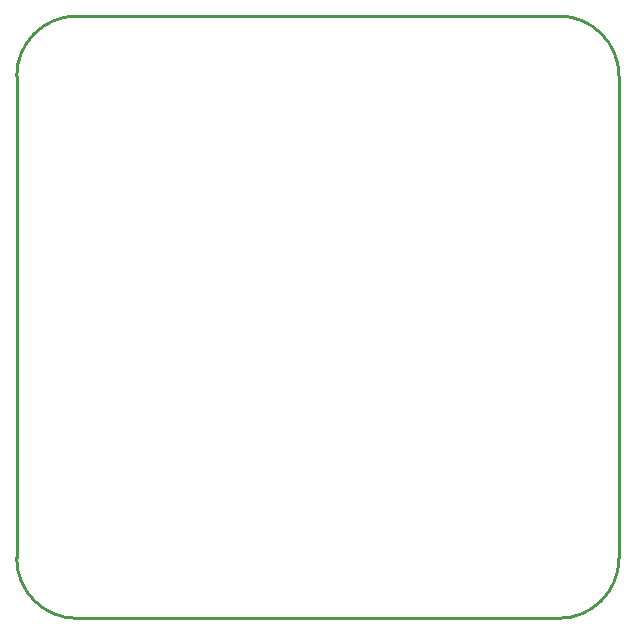
<source format=gko>
G04 Layer: BoardOutline*
G04 EasyEDA v6.4.3, 2020-08-11T17:33:51--5:00*
G04 c8abcd5c7f324be6b54abc10bf488c2c,7c1e8d740ba24e6f83eb2d53d3341807,10*
G04 Gerber Generator version 0.2*
G04 Scale: 100 percent, Rotated: No, Reflected: No *
G04 Dimensions in millimeters *
G04 leading zeros omitted , absolute positions ,3 integer and 3 decimal *
%FSLAX33Y33*%
%MOMM*%
G90*
G71D02*

%ADD10C,0.254000*%
G54D10*
G01X5099Y50999D02*
G01X45899Y50999D01*
G01X50999Y45900D02*
G01X50999Y5100D01*
G01X45899Y6D02*
G01X5099Y6D01*
G01X6Y5100D02*
G01X6Y45900D01*
G75*
G01X45900Y51000D02*
G02X51000Y45900I0J-5100D01*
G01*
G75*
G01X51000Y5100D02*
G02X45900Y0I-5100J0D01*
G01*
G75*
G01X5100Y0D02*
G02X0Y5100I0J5100D01*
G01*
G75*
G01X0Y45900D02*
G02X5100Y51000I5100J0D01*
G01*

%LPD*%
M00*
M02*

</source>
